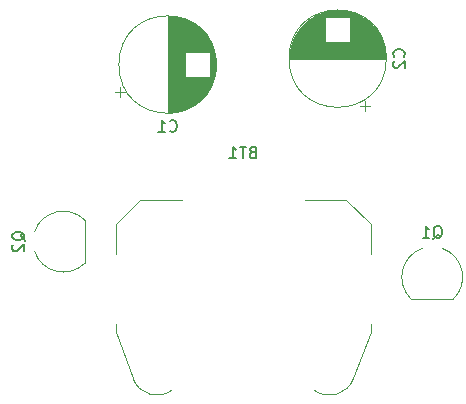
<source format=gbr>
%TF.GenerationSoftware,KiCad,Pcbnew,9.0.2*%
%TF.CreationDate,2025-06-19T19:47:11-10:00*%
%TF.ProjectId,Happy Birthday PCB,48617070-7920-4426-9972-746864617920,rev?*%
%TF.SameCoordinates,Original*%
%TF.FileFunction,Legend,Bot*%
%TF.FilePolarity,Positive*%
%FSLAX46Y46*%
G04 Gerber Fmt 4.6, Leading zero omitted, Abs format (unit mm)*
G04 Created by KiCad (PCBNEW 9.0.2) date 2025-06-19 19:47:11*
%MOMM*%
%LPD*%
G01*
G04 APERTURE LIST*
%ADD10C,0.150000*%
%ADD11C,0.120000*%
G04 APERTURE END LIST*
D10*
X77520057Y-63404761D02*
X77472438Y-63309523D01*
X77472438Y-63309523D02*
X77377200Y-63214285D01*
X77377200Y-63214285D02*
X77234342Y-63071428D01*
X77234342Y-63071428D02*
X77186723Y-62976190D01*
X77186723Y-62976190D02*
X77186723Y-62880952D01*
X77424819Y-62928571D02*
X77377200Y-62833333D01*
X77377200Y-62833333D02*
X77281961Y-62738095D01*
X77281961Y-62738095D02*
X77091485Y-62690476D01*
X77091485Y-62690476D02*
X76758152Y-62690476D01*
X76758152Y-62690476D02*
X76567676Y-62738095D01*
X76567676Y-62738095D02*
X76472438Y-62833333D01*
X76472438Y-62833333D02*
X76424819Y-62928571D01*
X76424819Y-62928571D02*
X76424819Y-63119047D01*
X76424819Y-63119047D02*
X76472438Y-63214285D01*
X76472438Y-63214285D02*
X76567676Y-63309523D01*
X76567676Y-63309523D02*
X76758152Y-63357142D01*
X76758152Y-63357142D02*
X77091485Y-63357142D01*
X77091485Y-63357142D02*
X77281961Y-63309523D01*
X77281961Y-63309523D02*
X77377200Y-63214285D01*
X77377200Y-63214285D02*
X77424819Y-63119047D01*
X77424819Y-63119047D02*
X77424819Y-62928571D01*
X76520057Y-63738095D02*
X76472438Y-63785714D01*
X76472438Y-63785714D02*
X76424819Y-63880952D01*
X76424819Y-63880952D02*
X76424819Y-64119047D01*
X76424819Y-64119047D02*
X76472438Y-64214285D01*
X76472438Y-64214285D02*
X76520057Y-64261904D01*
X76520057Y-64261904D02*
X76615295Y-64309523D01*
X76615295Y-64309523D02*
X76710533Y-64309523D01*
X76710533Y-64309523D02*
X76853390Y-64261904D01*
X76853390Y-64261904D02*
X77424819Y-63690476D01*
X77424819Y-63690476D02*
X77424819Y-64309523D01*
X112095238Y-63250057D02*
X112190476Y-63202438D01*
X112190476Y-63202438D02*
X112285714Y-63107200D01*
X112285714Y-63107200D02*
X112428571Y-62964342D01*
X112428571Y-62964342D02*
X112523809Y-62916723D01*
X112523809Y-62916723D02*
X112619047Y-62916723D01*
X112571428Y-63154819D02*
X112666666Y-63107200D01*
X112666666Y-63107200D02*
X112761904Y-63011961D01*
X112761904Y-63011961D02*
X112809523Y-62821485D01*
X112809523Y-62821485D02*
X112809523Y-62488152D01*
X112809523Y-62488152D02*
X112761904Y-62297676D01*
X112761904Y-62297676D02*
X112666666Y-62202438D01*
X112666666Y-62202438D02*
X112571428Y-62154819D01*
X112571428Y-62154819D02*
X112380952Y-62154819D01*
X112380952Y-62154819D02*
X112285714Y-62202438D01*
X112285714Y-62202438D02*
X112190476Y-62297676D01*
X112190476Y-62297676D02*
X112142857Y-62488152D01*
X112142857Y-62488152D02*
X112142857Y-62821485D01*
X112142857Y-62821485D02*
X112190476Y-63011961D01*
X112190476Y-63011961D02*
X112285714Y-63107200D01*
X112285714Y-63107200D02*
X112380952Y-63154819D01*
X112380952Y-63154819D02*
X112571428Y-63154819D01*
X111190476Y-63154819D02*
X111761904Y-63154819D01*
X111476190Y-63154819D02*
X111476190Y-62154819D01*
X111476190Y-62154819D02*
X111571428Y-62297676D01*
X111571428Y-62297676D02*
X111666666Y-62392914D01*
X111666666Y-62392914D02*
X111761904Y-62440533D01*
X109609580Y-47833333D02*
X109657200Y-47785714D01*
X109657200Y-47785714D02*
X109704819Y-47642857D01*
X109704819Y-47642857D02*
X109704819Y-47547619D01*
X109704819Y-47547619D02*
X109657200Y-47404762D01*
X109657200Y-47404762D02*
X109561961Y-47309524D01*
X109561961Y-47309524D02*
X109466723Y-47261905D01*
X109466723Y-47261905D02*
X109276247Y-47214286D01*
X109276247Y-47214286D02*
X109133390Y-47214286D01*
X109133390Y-47214286D02*
X108942914Y-47261905D01*
X108942914Y-47261905D02*
X108847676Y-47309524D01*
X108847676Y-47309524D02*
X108752438Y-47404762D01*
X108752438Y-47404762D02*
X108704819Y-47547619D01*
X108704819Y-47547619D02*
X108704819Y-47642857D01*
X108704819Y-47642857D02*
X108752438Y-47785714D01*
X108752438Y-47785714D02*
X108800057Y-47833333D01*
X108800057Y-48214286D02*
X108752438Y-48261905D01*
X108752438Y-48261905D02*
X108704819Y-48357143D01*
X108704819Y-48357143D02*
X108704819Y-48595238D01*
X108704819Y-48595238D02*
X108752438Y-48690476D01*
X108752438Y-48690476D02*
X108800057Y-48738095D01*
X108800057Y-48738095D02*
X108895295Y-48785714D01*
X108895295Y-48785714D02*
X108990533Y-48785714D01*
X108990533Y-48785714D02*
X109133390Y-48738095D01*
X109133390Y-48738095D02*
X109704819Y-48166667D01*
X109704819Y-48166667D02*
X109704819Y-48785714D01*
X89764015Y-54109580D02*
X89811634Y-54157200D01*
X89811634Y-54157200D02*
X89954491Y-54204819D01*
X89954491Y-54204819D02*
X90049729Y-54204819D01*
X90049729Y-54204819D02*
X90192586Y-54157200D01*
X90192586Y-54157200D02*
X90287824Y-54061961D01*
X90287824Y-54061961D02*
X90335443Y-53966723D01*
X90335443Y-53966723D02*
X90383062Y-53776247D01*
X90383062Y-53776247D02*
X90383062Y-53633390D01*
X90383062Y-53633390D02*
X90335443Y-53442914D01*
X90335443Y-53442914D02*
X90287824Y-53347676D01*
X90287824Y-53347676D02*
X90192586Y-53252438D01*
X90192586Y-53252438D02*
X90049729Y-53204819D01*
X90049729Y-53204819D02*
X89954491Y-53204819D01*
X89954491Y-53204819D02*
X89811634Y-53252438D01*
X89811634Y-53252438D02*
X89764015Y-53300057D01*
X88811634Y-54204819D02*
X89383062Y-54204819D01*
X89097348Y-54204819D02*
X89097348Y-53204819D01*
X89097348Y-53204819D02*
X89192586Y-53347676D01*
X89192586Y-53347676D02*
X89287824Y-53442914D01*
X89287824Y-53442914D02*
X89383062Y-53490533D01*
X96785714Y-55931009D02*
X96642857Y-55978628D01*
X96642857Y-55978628D02*
X96595238Y-56026247D01*
X96595238Y-56026247D02*
X96547619Y-56121485D01*
X96547619Y-56121485D02*
X96547619Y-56264342D01*
X96547619Y-56264342D02*
X96595238Y-56359580D01*
X96595238Y-56359580D02*
X96642857Y-56407200D01*
X96642857Y-56407200D02*
X96738095Y-56454819D01*
X96738095Y-56454819D02*
X97119047Y-56454819D01*
X97119047Y-56454819D02*
X97119047Y-55454819D01*
X97119047Y-55454819D02*
X96785714Y-55454819D01*
X96785714Y-55454819D02*
X96690476Y-55502438D01*
X96690476Y-55502438D02*
X96642857Y-55550057D01*
X96642857Y-55550057D02*
X96595238Y-55645295D01*
X96595238Y-55645295D02*
X96595238Y-55740533D01*
X96595238Y-55740533D02*
X96642857Y-55835771D01*
X96642857Y-55835771D02*
X96690476Y-55883390D01*
X96690476Y-55883390D02*
X96785714Y-55931009D01*
X96785714Y-55931009D02*
X97119047Y-55931009D01*
X96261904Y-55454819D02*
X95690476Y-55454819D01*
X95976190Y-56454819D02*
X95976190Y-55454819D01*
X94833333Y-56454819D02*
X95404761Y-56454819D01*
X95119047Y-56454819D02*
X95119047Y-55454819D01*
X95119047Y-55454819D02*
X95214285Y-55597676D01*
X95214285Y-55597676D02*
X95309523Y-55692914D01*
X95309523Y-55692914D02*
X95404761Y-55740533D01*
D11*
%TO.C,Q2*%
X82620000Y-61700000D02*
X82620000Y-65300000D01*
X78320000Y-62680000D02*
G75*
G02*
X82612156Y-61688547I2450000J-820000D01*
G01*
X82597684Y-65308445D02*
G75*
G02*
X78320000Y-64280000I-1827684J1808445D01*
G01*
%TO.C,Q1*%
X113800000Y-68350000D02*
X110200000Y-68350000D01*
X112820000Y-64050000D02*
G75*
G02*
X113811453Y-68342156I-820000J-2450000D01*
G01*
X110191555Y-68327684D02*
G75*
G02*
X111220000Y-64050000I1808445J1827684D01*
G01*
%TO.C,C2*%
X106315000Y-52409698D02*
X106315000Y-51609698D01*
X106715000Y-52009698D02*
X105915000Y-52009698D01*
X108080000Y-48000000D02*
X99920000Y-48000000D01*
X108080000Y-47960000D02*
X99920000Y-47960000D01*
X108079000Y-47920000D02*
X99921000Y-47920000D01*
X108078000Y-47880000D02*
X99922000Y-47880000D01*
X108077000Y-47840000D02*
X99923000Y-47840000D01*
X108075000Y-47800000D02*
X99925000Y-47800000D01*
X108073000Y-47760000D02*
X99927000Y-47760000D01*
X108070000Y-47720000D02*
X99930000Y-47720000D01*
X108068000Y-47680000D02*
X99932000Y-47680000D01*
X108064000Y-47640000D02*
X99936000Y-47640000D01*
X108061000Y-47600000D02*
X99939000Y-47600000D01*
X108056000Y-47560000D02*
X99944000Y-47560000D01*
X108052000Y-47520000D02*
X99948000Y-47520000D01*
X108047000Y-47480000D02*
X99953000Y-47480000D01*
X108042000Y-47440000D02*
X99958000Y-47440000D01*
X108036000Y-47400000D02*
X99964000Y-47400000D01*
X108030000Y-47360000D02*
X99970000Y-47360000D01*
X108023000Y-47320000D02*
X99977000Y-47320000D01*
X108017000Y-47280000D02*
X99983000Y-47280000D01*
X108009000Y-47240000D02*
X99991000Y-47240000D01*
X108002000Y-47200000D02*
X99998000Y-47200000D01*
X107993000Y-47160000D02*
X100007000Y-47160000D01*
X107985000Y-47120000D02*
X100015000Y-47120000D01*
X107976000Y-47080000D02*
X100024000Y-47080000D01*
X107967000Y-47040000D02*
X100033000Y-47040000D01*
X107957000Y-47000000D02*
X100043000Y-47000000D01*
X107947000Y-46960000D02*
X100053000Y-46960000D01*
X107936000Y-46920000D02*
X100064000Y-46920000D01*
X107925000Y-46880000D02*
X100075000Y-46880000D01*
X107913000Y-46840000D02*
X100087000Y-46840000D01*
X107901000Y-46800000D02*
X100099000Y-46800000D01*
X107889000Y-46760000D02*
X100111000Y-46760000D01*
X107876000Y-46720000D02*
X100124000Y-46720000D01*
X107863000Y-46680000D02*
X100137000Y-46680000D01*
X107849000Y-46640000D02*
X100151000Y-46640000D01*
X107835000Y-46600000D02*
X100165000Y-46600000D01*
X107820000Y-46560000D02*
X100180000Y-46560000D01*
X107805000Y-46520000D02*
X105040000Y-46520000D01*
X102960000Y-46520000D02*
X100195000Y-46520000D01*
X107789000Y-46480000D02*
X105040000Y-46480000D01*
X102960000Y-46480000D02*
X100211000Y-46480000D01*
X107773000Y-46440000D02*
X105040000Y-46440000D01*
X102960000Y-46440000D02*
X100227000Y-46440000D01*
X107757000Y-46400000D02*
X105040000Y-46400000D01*
X102960000Y-46400000D02*
X100243000Y-46400000D01*
X107740000Y-46360000D02*
X105040000Y-46360000D01*
X102960000Y-46360000D02*
X100260000Y-46360000D01*
X107722000Y-46320000D02*
X105040000Y-46320000D01*
X102960000Y-46320000D02*
X100278000Y-46320000D01*
X107704000Y-46280000D02*
X105040000Y-46280000D01*
X102960000Y-46280000D02*
X100296000Y-46280000D01*
X107685000Y-46240000D02*
X105040000Y-46240000D01*
X102960000Y-46240000D02*
X100315000Y-46240000D01*
X107666000Y-46200000D02*
X105040000Y-46200000D01*
X102960000Y-46200000D02*
X100334000Y-46200000D01*
X107646000Y-46160000D02*
X105040000Y-46160000D01*
X102960000Y-46160000D02*
X100354000Y-46160000D01*
X107626000Y-46120000D02*
X105040000Y-46120000D01*
X102960000Y-46120000D02*
X100374000Y-46120000D01*
X107605000Y-46080000D02*
X105040000Y-46080000D01*
X102960000Y-46080000D02*
X100395000Y-46080000D01*
X107584000Y-46040000D02*
X105040000Y-46040000D01*
X102960000Y-46040000D02*
X100416000Y-46040000D01*
X107562000Y-46000000D02*
X105040000Y-46000000D01*
X102960000Y-46000000D02*
X100438000Y-46000000D01*
X107539000Y-45960000D02*
X105040000Y-45960000D01*
X102960000Y-45960000D02*
X100461000Y-45960000D01*
X107516000Y-45920000D02*
X105040000Y-45920000D01*
X102960000Y-45920000D02*
X100484000Y-45920000D01*
X107493000Y-45880000D02*
X105040000Y-45880000D01*
X102960000Y-45880000D02*
X100507000Y-45880000D01*
X107468000Y-45840000D02*
X105040000Y-45840000D01*
X102960000Y-45840000D02*
X100532000Y-45840000D01*
X107443000Y-45800000D02*
X105040000Y-45800000D01*
X102960000Y-45800000D02*
X100557000Y-45800000D01*
X107418000Y-45760000D02*
X105040000Y-45760000D01*
X102960000Y-45760000D02*
X100582000Y-45760000D01*
X107392000Y-45720000D02*
X105040000Y-45720000D01*
X102960000Y-45720000D02*
X100608000Y-45720000D01*
X107365000Y-45680000D02*
X105040000Y-45680000D01*
X102960000Y-45680000D02*
X100635000Y-45680000D01*
X107337000Y-45640000D02*
X105040000Y-45640000D01*
X102960000Y-45640000D02*
X100663000Y-45640000D01*
X107309000Y-45600000D02*
X105040000Y-45600000D01*
X102960000Y-45600000D02*
X100691000Y-45600000D01*
X107280000Y-45560000D02*
X105040000Y-45560000D01*
X102960000Y-45560000D02*
X100720000Y-45560000D01*
X107250000Y-45520000D02*
X105040000Y-45520000D01*
X102960000Y-45520000D02*
X100750000Y-45520000D01*
X107219000Y-45480000D02*
X105040000Y-45480000D01*
X102960000Y-45480000D02*
X100781000Y-45480000D01*
X107188000Y-45440000D02*
X105040000Y-45440000D01*
X102960000Y-45440000D02*
X100812000Y-45440000D01*
X107156000Y-45400000D02*
X105040000Y-45400000D01*
X102960000Y-45400000D02*
X100844000Y-45400000D01*
X107123000Y-45360000D02*
X105040000Y-45360000D01*
X102960000Y-45360000D02*
X100877000Y-45360000D01*
X107089000Y-45320000D02*
X105040000Y-45320000D01*
X102960000Y-45320000D02*
X100911000Y-45320000D01*
X107055000Y-45280000D02*
X105040000Y-45280000D01*
X102960000Y-45280000D02*
X100945000Y-45280000D01*
X107019000Y-45240000D02*
X105040000Y-45240000D01*
X102960000Y-45240000D02*
X100981000Y-45240000D01*
X106982000Y-45200000D02*
X105040000Y-45200000D01*
X102960000Y-45200000D02*
X101018000Y-45200000D01*
X106945000Y-45160000D02*
X105040000Y-45160000D01*
X102960000Y-45160000D02*
X101055000Y-45160000D01*
X106906000Y-45120000D02*
X105040000Y-45120000D01*
X102960000Y-45120000D02*
X101094000Y-45120000D01*
X106867000Y-45080000D02*
X105040000Y-45080000D01*
X102960000Y-45080000D02*
X101133000Y-45080000D01*
X106826000Y-45040000D02*
X105040000Y-45040000D01*
X102960000Y-45040000D02*
X101174000Y-45040000D01*
X106784000Y-45000000D02*
X105040000Y-45000000D01*
X102960000Y-45000000D02*
X101216000Y-45000000D01*
X106741000Y-44960000D02*
X105040000Y-44960000D01*
X102960000Y-44960000D02*
X101259000Y-44960000D01*
X106696000Y-44920000D02*
X105040000Y-44920000D01*
X102960000Y-44920000D02*
X101304000Y-44920000D01*
X106651000Y-44880000D02*
X105040000Y-44880000D01*
X102960000Y-44880000D02*
X101349000Y-44880000D01*
X106604000Y-44840000D02*
X105040000Y-44840000D01*
X102960000Y-44840000D02*
X101396000Y-44840000D01*
X106555000Y-44800000D02*
X105040000Y-44800000D01*
X102960000Y-44800000D02*
X101445000Y-44800000D01*
X106505000Y-44760000D02*
X105040000Y-44760000D01*
X102960000Y-44760000D02*
X101495000Y-44760000D01*
X106453000Y-44720000D02*
X105040000Y-44720000D01*
X102960000Y-44720000D02*
X101547000Y-44720000D01*
X106400000Y-44680000D02*
X105040000Y-44680000D01*
X102960000Y-44680000D02*
X101600000Y-44680000D01*
X106344000Y-44640000D02*
X105040000Y-44640000D01*
X102960000Y-44640000D02*
X101656000Y-44640000D01*
X106287000Y-44600000D02*
X105040000Y-44600000D01*
X102960000Y-44600000D02*
X101713000Y-44600000D01*
X106227000Y-44560000D02*
X105040000Y-44560000D01*
X102960000Y-44560000D02*
X101773000Y-44560000D01*
X106165000Y-44520000D02*
X105040000Y-44520000D01*
X102960000Y-44520000D02*
X101835000Y-44520000D01*
X106101000Y-44480000D02*
X105040000Y-44480000D01*
X102960000Y-44480000D02*
X101899000Y-44480000D01*
X106034000Y-44440000D02*
X101966000Y-44440000D01*
X105964000Y-44400000D02*
X102036000Y-44400000D01*
X105890000Y-44360000D02*
X102110000Y-44360000D01*
X105813000Y-44320000D02*
X102187000Y-44320000D01*
X105731000Y-44280000D02*
X102269000Y-44280000D01*
X105644000Y-44240000D02*
X102356000Y-44240000D01*
X105552000Y-44200000D02*
X102448000Y-44200000D01*
X105453000Y-44160000D02*
X102547000Y-44160000D01*
X105346000Y-44120000D02*
X102654000Y-44120000D01*
X105228000Y-44080000D02*
X102772000Y-44080000D01*
X105097000Y-44040000D02*
X102903000Y-44040000D01*
X104947000Y-44000000D02*
X103053000Y-44000000D01*
X104768000Y-43960000D02*
X103232000Y-43960000D01*
X104533000Y-43920000D02*
X103467000Y-43920000D01*
X108120000Y-48000000D02*
G75*
G02*
X99880000Y-48000000I-4120000J0D01*
G01*
X99880000Y-48000000D02*
G75*
G02*
X108120000Y-48000000I4120000J0D01*
G01*
%TO.C,C1*%
X93717349Y-48500000D02*
G75*
G02*
X85477349Y-48500000I-4120000J0D01*
G01*
X85477349Y-48500000D02*
G75*
G02*
X93717349Y-48500000I4120000J0D01*
G01*
X93677349Y-49033000D02*
X93677349Y-47967000D01*
X93637349Y-49268000D02*
X93637349Y-47732000D01*
X93597349Y-49447000D02*
X93597349Y-47553000D01*
X93557349Y-49597000D02*
X93557349Y-47403000D01*
X93517349Y-49728000D02*
X93517349Y-47272000D01*
X93477349Y-49846000D02*
X93477349Y-47154000D01*
X93437349Y-49953000D02*
X93437349Y-47047000D01*
X93397349Y-50052000D02*
X93397349Y-46948000D01*
X93357349Y-50144000D02*
X93357349Y-46856000D01*
X93317349Y-50231000D02*
X93317349Y-46769000D01*
X93277349Y-50313000D02*
X93277349Y-46687000D01*
X93237349Y-50390000D02*
X93237349Y-46610000D01*
X93197349Y-50464000D02*
X93197349Y-46536000D01*
X93157349Y-50534000D02*
X93157349Y-46466000D01*
X93117349Y-47460000D02*
X93117349Y-46399000D01*
X93117349Y-50601000D02*
X93117349Y-49540000D01*
X93077349Y-47460000D02*
X93077349Y-46335000D01*
X93077349Y-50665000D02*
X93077349Y-49540000D01*
X93037349Y-47460000D02*
X93037349Y-46273000D01*
X93037349Y-50727000D02*
X93037349Y-49540000D01*
X92997349Y-47460000D02*
X92997349Y-46213000D01*
X92997349Y-50787000D02*
X92997349Y-49540000D01*
X92957349Y-47460000D02*
X92957349Y-46156000D01*
X92957349Y-50844000D02*
X92957349Y-49540000D01*
X92917349Y-47460000D02*
X92917349Y-46100000D01*
X92917349Y-50900000D02*
X92917349Y-49540000D01*
X92877349Y-47460000D02*
X92877349Y-46047000D01*
X92877349Y-50953000D02*
X92877349Y-49540000D01*
X92837349Y-47460000D02*
X92837349Y-45995000D01*
X92837349Y-51005000D02*
X92837349Y-49540000D01*
X92797349Y-47460000D02*
X92797349Y-45945000D01*
X92797349Y-51055000D02*
X92797349Y-49540000D01*
X92757349Y-47460000D02*
X92757349Y-45896000D01*
X92757349Y-51104000D02*
X92757349Y-49540000D01*
X92717349Y-47460000D02*
X92717349Y-45849000D01*
X92717349Y-51151000D02*
X92717349Y-49540000D01*
X92677349Y-47460000D02*
X92677349Y-45804000D01*
X92677349Y-51196000D02*
X92677349Y-49540000D01*
X92637349Y-47460000D02*
X92637349Y-45759000D01*
X92637349Y-51241000D02*
X92637349Y-49540000D01*
X92597349Y-47460000D02*
X92597349Y-45716000D01*
X92597349Y-51284000D02*
X92597349Y-49540000D01*
X92557349Y-47460000D02*
X92557349Y-45674000D01*
X92557349Y-51326000D02*
X92557349Y-49540000D01*
X92517349Y-47460000D02*
X92517349Y-45633000D01*
X92517349Y-51367000D02*
X92517349Y-49540000D01*
X92477349Y-47460000D02*
X92477349Y-45594000D01*
X92477349Y-51406000D02*
X92477349Y-49540000D01*
X92437349Y-47460000D02*
X92437349Y-45555000D01*
X92437349Y-51445000D02*
X92437349Y-49540000D01*
X92397349Y-47460000D02*
X92397349Y-45518000D01*
X92397349Y-51482000D02*
X92397349Y-49540000D01*
X92357349Y-47460000D02*
X92357349Y-45481000D01*
X92357349Y-51519000D02*
X92357349Y-49540000D01*
X92317349Y-47460000D02*
X92317349Y-45445000D01*
X92317349Y-51555000D02*
X92317349Y-49540000D01*
X92277349Y-47460000D02*
X92277349Y-45411000D01*
X92277349Y-51589000D02*
X92277349Y-49540000D01*
X92237349Y-47460000D02*
X92237349Y-45377000D01*
X92237349Y-51623000D02*
X92237349Y-49540000D01*
X92197349Y-47460000D02*
X92197349Y-45344000D01*
X92197349Y-51656000D02*
X92197349Y-49540000D01*
X92157349Y-47460000D02*
X92157349Y-45312000D01*
X92157349Y-51688000D02*
X92157349Y-49540000D01*
X92117349Y-47460000D02*
X92117349Y-45281000D01*
X92117349Y-51719000D02*
X92117349Y-49540000D01*
X92077349Y-47460000D02*
X92077349Y-45250000D01*
X92077349Y-51750000D02*
X92077349Y-49540000D01*
X92037349Y-47460000D02*
X92037349Y-45220000D01*
X92037349Y-51780000D02*
X92037349Y-49540000D01*
X91997349Y-47460000D02*
X91997349Y-45191000D01*
X91997349Y-51809000D02*
X91997349Y-49540000D01*
X91957349Y-47460000D02*
X91957349Y-45163000D01*
X91957349Y-51837000D02*
X91957349Y-49540000D01*
X91917349Y-47460000D02*
X91917349Y-45135000D01*
X91917349Y-51865000D02*
X91917349Y-49540000D01*
X91877349Y-47460000D02*
X91877349Y-45108000D01*
X91877349Y-51892000D02*
X91877349Y-49540000D01*
X91837349Y-47460000D02*
X91837349Y-45082000D01*
X91837349Y-51918000D02*
X91837349Y-49540000D01*
X91797349Y-47460000D02*
X91797349Y-45057000D01*
X91797349Y-51943000D02*
X91797349Y-49540000D01*
X91757349Y-47460000D02*
X91757349Y-45032000D01*
X91757349Y-51968000D02*
X91757349Y-49540000D01*
X91717349Y-47460000D02*
X91717349Y-45007000D01*
X91717349Y-51993000D02*
X91717349Y-49540000D01*
X91677349Y-47460000D02*
X91677349Y-44984000D01*
X91677349Y-52016000D02*
X91677349Y-49540000D01*
X91637349Y-47460000D02*
X91637349Y-44961000D01*
X91637349Y-52039000D02*
X91637349Y-49540000D01*
X91597349Y-47460000D02*
X91597349Y-44938000D01*
X91597349Y-52062000D02*
X91597349Y-49540000D01*
X91557349Y-47460000D02*
X91557349Y-44916000D01*
X91557349Y-52084000D02*
X91557349Y-49540000D01*
X91517349Y-47460000D02*
X91517349Y-44895000D01*
X91517349Y-52105000D02*
X91517349Y-49540000D01*
X91477349Y-47460000D02*
X91477349Y-44874000D01*
X91477349Y-52126000D02*
X91477349Y-49540000D01*
X91437349Y-47460000D02*
X91437349Y-44854000D01*
X91437349Y-52146000D02*
X91437349Y-49540000D01*
X91397349Y-47460000D02*
X91397349Y-44834000D01*
X91397349Y-52166000D02*
X91397349Y-49540000D01*
X91357349Y-47460000D02*
X91357349Y-44815000D01*
X91357349Y-52185000D02*
X91357349Y-49540000D01*
X91317349Y-47460000D02*
X91317349Y-44796000D01*
X91317349Y-52204000D02*
X91317349Y-49540000D01*
X91277349Y-47460000D02*
X91277349Y-44778000D01*
X91277349Y-52222000D02*
X91277349Y-49540000D01*
X91237349Y-47460000D02*
X91237349Y-44760000D01*
X91237349Y-52240000D02*
X91237349Y-49540000D01*
X91197349Y-47460000D02*
X91197349Y-44743000D01*
X91197349Y-52257000D02*
X91197349Y-49540000D01*
X91157349Y-47460000D02*
X91157349Y-44727000D01*
X91157349Y-52273000D02*
X91157349Y-49540000D01*
X91117349Y-47460000D02*
X91117349Y-44711000D01*
X91117349Y-52289000D02*
X91117349Y-49540000D01*
X91077349Y-47460000D02*
X91077349Y-44695000D01*
X91077349Y-52305000D02*
X91077349Y-49540000D01*
X91037349Y-52320000D02*
X91037349Y-44680000D01*
X90997349Y-52335000D02*
X90997349Y-44665000D01*
X90957349Y-52349000D02*
X90957349Y-44651000D01*
X90917349Y-52363000D02*
X90917349Y-44637000D01*
X90877349Y-52376000D02*
X90877349Y-44624000D01*
X90837349Y-52389000D02*
X90837349Y-44611000D01*
X90797349Y-52401000D02*
X90797349Y-44599000D01*
X90757349Y-52413000D02*
X90757349Y-44587000D01*
X90717349Y-52425000D02*
X90717349Y-44575000D01*
X90677349Y-52436000D02*
X90677349Y-44564000D01*
X90637349Y-52447000D02*
X90637349Y-44553000D01*
X90597349Y-52457000D02*
X90597349Y-44543000D01*
X90557349Y-52467000D02*
X90557349Y-44533000D01*
X90517349Y-52476000D02*
X90517349Y-44524000D01*
X90477349Y-52485000D02*
X90477349Y-44515000D01*
X90437349Y-52493000D02*
X90437349Y-44507000D01*
X90397349Y-52502000D02*
X90397349Y-44498000D01*
X90357349Y-52509000D02*
X90357349Y-44491000D01*
X90317349Y-52517000D02*
X90317349Y-44483000D01*
X90277349Y-52523000D02*
X90277349Y-44477000D01*
X90237349Y-52530000D02*
X90237349Y-44470000D01*
X90197349Y-52536000D02*
X90197349Y-44464000D01*
X90157349Y-52542000D02*
X90157349Y-44458000D01*
X90117349Y-52547000D02*
X90117349Y-44453000D01*
X90077349Y-52552000D02*
X90077349Y-44448000D01*
X90037349Y-52556000D02*
X90037349Y-44444000D01*
X89997349Y-52561000D02*
X89997349Y-44439000D01*
X89957349Y-52564000D02*
X89957349Y-44436000D01*
X89917349Y-52568000D02*
X89917349Y-44432000D01*
X89877349Y-52570000D02*
X89877349Y-44430000D01*
X89837349Y-52573000D02*
X89837349Y-44427000D01*
X89797349Y-52575000D02*
X89797349Y-44425000D01*
X89757349Y-52577000D02*
X89757349Y-44423000D01*
X89717349Y-52578000D02*
X89717349Y-44422000D01*
X89677349Y-52579000D02*
X89677349Y-44421000D01*
X89637349Y-52580000D02*
X89637349Y-44420000D01*
X89597349Y-52580000D02*
X89597349Y-44420000D01*
X85587651Y-51215000D02*
X85587651Y-50415000D01*
X85187651Y-50815000D02*
X85987651Y-50815000D01*
%TO.C,BT1*%
X106780000Y-62040000D02*
X106780000Y-64500000D01*
X106780000Y-70500000D02*
X106780000Y-71130000D01*
X106780000Y-71130000D02*
X105340000Y-75080000D01*
X104700000Y-59960000D02*
X106780000Y-62040000D01*
X101200000Y-59960000D02*
X104700000Y-59960000D01*
X87300000Y-59960000D02*
X90800000Y-59960000D01*
X87300000Y-59960000D02*
X85220000Y-62040000D01*
X85220000Y-62040000D02*
X85220000Y-64500000D01*
X85220000Y-70500000D02*
X85220000Y-71130000D01*
X85220000Y-71130000D02*
X86660000Y-75080000D01*
X105340000Y-75080000D02*
G75*
G02*
X102003354Y-76066530I-2030000J730001D01*
G01*
X90000000Y-76050000D02*
G75*
G02*
X86674757Y-75088169I-1310000J1700000D01*
G01*
%TD*%
M02*

</source>
